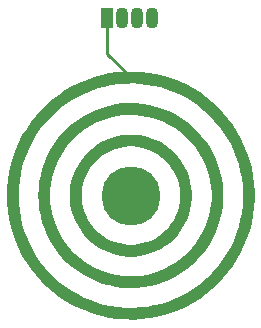
<source format=gbr>
G04 #@! TF.GenerationSoftware,KiCad,Pcbnew,5.1.5-52549c5~84~ubuntu18.04.1*
G04 #@! TF.CreationDate,2020-01-15T10:03:58+01:00*
G04 #@! TF.ProjectId,geneva,67656e65-7661-42e6-9b69-6361645f7063,rev?*
G04 #@! TF.SameCoordinates,Original*
G04 #@! TF.FileFunction,Copper,L2,Bot*
G04 #@! TF.FilePolarity,Positive*
%FSLAX46Y46*%
G04 Gerber Fmt 4.6, Leading zero omitted, Abs format (unit mm)*
G04 Created by KiCad (PCBNEW 5.1.5-52549c5~84~ubuntu18.04.1) date 2020-01-15 10:03:58*
%MOMM*%
%LPD*%
G04 APERTURE LIST*
%ADD10C,0.101600*%
%ADD11O,1.070000X1.800000*%
%ADD12R,1.070000X1.800000*%
%ADD13C,5.000000*%
%ADD14C,0.800000*%
%ADD15C,0.250000*%
G04 APERTURE END LIST*
G04 #@! TA.AperFunction,SMDPad,CuDef*
D10*
G36*
X100050543Y-89503164D02*
G01*
X100166593Y-89501322D01*
X100832125Y-89533025D01*
X101494306Y-89606875D01*
X102150470Y-89722574D01*
X102797975Y-89879657D01*
X103434214Y-90077491D01*
X104056624Y-90315280D01*
X104662699Y-90592065D01*
X105250000Y-90906733D01*
X105816161Y-91258017D01*
X106358902Y-91644501D01*
X106876038Y-92064629D01*
X107365486Y-92516711D01*
X107825277Y-92998925D01*
X108253557Y-93509331D01*
X108648604Y-94045871D01*
X109008826Y-94606387D01*
X109332772Y-95188622D01*
X109619139Y-95790229D01*
X109866773Y-96408788D01*
X110074676Y-97041808D01*
X110242013Y-97686739D01*
X110368108Y-98340985D01*
X110452455Y-99001912D01*
X110494714Y-99666857D01*
X110494714Y-100333143D01*
X110452455Y-100998088D01*
X110368108Y-101659015D01*
X110242013Y-102313261D01*
X110074676Y-102958192D01*
X109866773Y-103591212D01*
X109619139Y-104209771D01*
X109332772Y-104811378D01*
X109008826Y-105393613D01*
X108648604Y-105954129D01*
X108253557Y-106490669D01*
X107825277Y-107001075D01*
X107365486Y-107483289D01*
X106876038Y-107935371D01*
X106358902Y-108355499D01*
X105816161Y-108741983D01*
X105250000Y-109093267D01*
X104662699Y-109407935D01*
X104056624Y-109684720D01*
X103434214Y-109922509D01*
X102797975Y-110120343D01*
X102150470Y-110277426D01*
X101494306Y-110393125D01*
X100832125Y-110466975D01*
X100166593Y-110498678D01*
X99500390Y-110488107D01*
X98836199Y-110435304D01*
X98176694Y-110340481D01*
X97524531Y-110204021D01*
X96882336Y-110026474D01*
X96252695Y-109808553D01*
X95638142Y-109551136D01*
X95041154Y-109255260D01*
X94464133Y-108922117D01*
X93909402Y-108553047D01*
X93379197Y-108149538D01*
X92875651Y-107713213D01*
X92400793Y-107245830D01*
X91956533Y-106749270D01*
X91544662Y-106225533D01*
X91166838Y-105676729D01*
X90824582Y-105105066D01*
X90519271Y-104512847D01*
X90252137Y-103902456D01*
X90024253Y-103276351D01*
X89836539Y-102637054D01*
X89689749Y-101987138D01*
X89584474Y-101329221D01*
X89521140Y-100665951D01*
X89500000Y-100000000D01*
X90500000Y-100000000D01*
X90519127Y-100602527D01*
X90576429Y-101202628D01*
X90671677Y-101797887D01*
X90804487Y-102385906D01*
X90974324Y-102964318D01*
X91180505Y-103530793D01*
X91422198Y-104083052D01*
X91698431Y-104618869D01*
X92008091Y-105136088D01*
X92349933Y-105632625D01*
X92722578Y-106106482D01*
X93124527Y-106555751D01*
X93554161Y-106978621D01*
X94009750Y-107373391D01*
X94489459Y-107738472D01*
X94991358Y-108072392D01*
X95513425Y-108373807D01*
X96053557Y-108641504D01*
X96609581Y-108874405D01*
X97179256Y-109071571D01*
X97760290Y-109232210D01*
X98350342Y-109355674D01*
X98947037Y-109441465D01*
X99547972Y-109489240D01*
X100150727Y-109498804D01*
X100752875Y-109470120D01*
X101351991Y-109403304D01*
X101945663Y-109298623D01*
X102531501Y-109156501D01*
X103107146Y-108977508D01*
X103670279Y-108762366D01*
X104218633Y-108511941D01*
X104750000Y-108227241D01*
X105262241Y-107909414D01*
X105753292Y-107559737D01*
X106221177Y-107179621D01*
X106664011Y-106770595D01*
X107080012Y-106334306D01*
X107467504Y-105872510D01*
X107824928Y-105387069D01*
X108150842Y-104879935D01*
X108443937Y-104353152D01*
X108703030Y-103808840D01*
X108927080Y-103249191D01*
X109115183Y-102676459D01*
X109266583Y-102092950D01*
X109380669Y-101501013D01*
X109456983Y-100903032D01*
X109495217Y-100301415D01*
X109495217Y-99698585D01*
X109456983Y-99096968D01*
X109380669Y-98498987D01*
X109266583Y-97907050D01*
X109115183Y-97323541D01*
X108927080Y-96750809D01*
X108703030Y-96191160D01*
X108443937Y-95646848D01*
X108150842Y-95120065D01*
X107824928Y-94612931D01*
X107467504Y-94127490D01*
X107080012Y-93665694D01*
X106664011Y-93229405D01*
X106221177Y-92820379D01*
X105753292Y-92440263D01*
X105262241Y-92090586D01*
X104750000Y-91772759D01*
X104218633Y-91488059D01*
X103670279Y-91237634D01*
X103107146Y-91022492D01*
X102531501Y-90843499D01*
X101945663Y-90701377D01*
X101351991Y-90596696D01*
X100752875Y-90529880D01*
X100150727Y-90501196D01*
X99547972Y-90510760D01*
X98947037Y-90558535D01*
X98350342Y-90644326D01*
X97760290Y-90767790D01*
X97179256Y-90928429D01*
X96609581Y-91125595D01*
X96053557Y-91358496D01*
X95513425Y-91626193D01*
X94991358Y-91927608D01*
X94489459Y-92261528D01*
X94009750Y-92626609D01*
X93554161Y-93021379D01*
X93124527Y-93444249D01*
X92722578Y-93893518D01*
X92349933Y-94367375D01*
X92008091Y-94863912D01*
X91698431Y-95381131D01*
X91422198Y-95916948D01*
X91180505Y-96469207D01*
X90974324Y-97035682D01*
X90804487Y-97614094D01*
X90671677Y-98202113D01*
X90576429Y-98797372D01*
X90519127Y-99397473D01*
X90500000Y-100000000D01*
X89500000Y-100000000D01*
X89521140Y-99334049D01*
X89584474Y-98670779D01*
X89689749Y-98012862D01*
X89836539Y-97362946D01*
X90024253Y-96723649D01*
X90252137Y-96097544D01*
X90519271Y-95487153D01*
X90824582Y-94894934D01*
X91166838Y-94323271D01*
X91544662Y-93774467D01*
X91956533Y-93250730D01*
X92400793Y-92754170D01*
X92875651Y-92286787D01*
X93379197Y-91850462D01*
X93909402Y-91446953D01*
X94464133Y-91077883D01*
X95041154Y-90744740D01*
X95638142Y-90448864D01*
X96252695Y-90191447D01*
X96882336Y-89973526D01*
X97524531Y-89795979D01*
X98176694Y-89659519D01*
X98836199Y-89564696D01*
X99500390Y-89511893D01*
X99930053Y-89505075D01*
X99975466Y-89500602D01*
X100024534Y-89500602D01*
X100050543Y-89503164D01*
G37*
G04 #@! TD.AperFunction*
D11*
X101810000Y-85000000D03*
X100540000Y-85000000D03*
X99270000Y-85000000D03*
D12*
X98000000Y-85000000D03*
D13*
X100000000Y-100000000D03*
G04 #@! TA.AperFunction,SMDPad,CuDef*
D10*
G36*
X100072828Y-92172029D02*
G01*
X100434056Y-92178705D01*
X101010493Y-92232120D01*
X101581412Y-92327960D01*
X102143693Y-92465702D01*
X102694265Y-92644594D01*
X103230123Y-92863659D01*
X103748339Y-93121700D01*
X104246083Y-93417308D01*
X104720636Y-93748868D01*
X105169407Y-94114569D01*
X105589944Y-94512415D01*
X105979951Y-94940232D01*
X106337297Y-95395684D01*
X106660031Y-95876283D01*
X106946391Y-96379404D01*
X107194812Y-96902300D01*
X107403937Y-97442115D01*
X107572624Y-97995899D01*
X107699953Y-98560629D01*
X107785227Y-99133221D01*
X107827980Y-99710547D01*
X107827980Y-100289453D01*
X107785227Y-100866779D01*
X107699953Y-101439371D01*
X107572624Y-102004101D01*
X107403937Y-102557885D01*
X107194812Y-103097700D01*
X106946391Y-103620596D01*
X106660031Y-104123717D01*
X106337297Y-104604316D01*
X105979951Y-105059768D01*
X105589944Y-105487585D01*
X105169407Y-105885431D01*
X104720636Y-106251132D01*
X104246083Y-106582692D01*
X103748339Y-106878300D01*
X103230123Y-107136341D01*
X102694265Y-107355406D01*
X102143693Y-107534298D01*
X101581412Y-107672040D01*
X101010493Y-107767880D01*
X100434056Y-107821295D01*
X99855249Y-107831992D01*
X99277231Y-107799914D01*
X98703162Y-107725236D01*
X98136175Y-107608365D01*
X97579368Y-107449940D01*
X97035781Y-107250825D01*
X96508384Y-107012109D01*
X96000057Y-106735096D01*
X95513577Y-106421298D01*
X95051599Y-106072429D01*
X94616648Y-105690394D01*
X94211099Y-105277280D01*
X93837167Y-104835344D01*
X93496895Y-104366999D01*
X93192139Y-103874802D01*
X92924567Y-103361443D01*
X92695637Y-102829725D01*
X92506602Y-102282552D01*
X92358493Y-101722912D01*
X92252119Y-101153863D01*
X92188061Y-100578511D01*
X92166670Y-100000000D01*
X93166670Y-100000000D01*
X93185331Y-100504659D01*
X93241211Y-101006561D01*
X93334005Y-101502966D01*
X93463206Y-101991162D01*
X93628110Y-102468484D01*
X93827814Y-102932323D01*
X94061228Y-103380147D01*
X94327079Y-103809509D01*
X94623912Y-104218066D01*
X94950108Y-104603585D01*
X95303885Y-104963960D01*
X95683310Y-105297225D01*
X96086312Y-105601557D01*
X96510689Y-105875296D01*
X96954123Y-106116946D01*
X97414192Y-106325188D01*
X97888385Y-106498883D01*
X98374110Y-106637084D01*
X98868716Y-106739035D01*
X99369500Y-106804180D01*
X99873728Y-106832163D01*
X100378645Y-106822831D01*
X100881494Y-106776235D01*
X101379529Y-106692630D01*
X101870030Y-106572472D01*
X102350316Y-106416417D01*
X102817767Y-106225318D01*
X103269827Y-106000219D01*
X103704029Y-105742348D01*
X104118001Y-105453115D01*
X104509482Y-105134099D01*
X104876334Y-104787042D01*
X105216552Y-104413840D01*
X105528280Y-104016531D01*
X105809814Y-103597285D01*
X106059617Y-103158392D01*
X106276325Y-102702249D01*
X106458753Y-102231347D01*
X106605906Y-101748258D01*
X106716980Y-101255621D01*
X106791367Y-100756126D01*
X106828663Y-100252502D01*
X106828663Y-99747498D01*
X106791367Y-99243874D01*
X106716980Y-98744379D01*
X106605906Y-98251742D01*
X106458753Y-97768653D01*
X106276325Y-97297751D01*
X106059617Y-96841608D01*
X105809814Y-96402715D01*
X105528280Y-95983469D01*
X105216552Y-95586160D01*
X104876334Y-95212958D01*
X104509482Y-94865901D01*
X104118001Y-94546885D01*
X103704029Y-94257652D01*
X103269827Y-93999781D01*
X102817767Y-93774682D01*
X102350316Y-93583583D01*
X101870030Y-93427528D01*
X101379529Y-93307370D01*
X100881494Y-93223765D01*
X100378645Y-93177169D01*
X99873728Y-93167837D01*
X99369500Y-93195820D01*
X98868716Y-93260965D01*
X98374110Y-93362916D01*
X97888385Y-93501117D01*
X97414192Y-93674812D01*
X96954123Y-93883054D01*
X96510689Y-94124704D01*
X96086312Y-94398443D01*
X95683310Y-94702775D01*
X95303885Y-95036040D01*
X94950108Y-95396415D01*
X94623912Y-95781934D01*
X94327079Y-96190491D01*
X94061228Y-96619853D01*
X93827814Y-97067677D01*
X93628110Y-97531516D01*
X93463206Y-98008838D01*
X93334005Y-98497034D01*
X93241211Y-98993439D01*
X93185331Y-99495341D01*
X93166670Y-100000000D01*
X92166670Y-100000000D01*
X92188061Y-99421489D01*
X92252119Y-98846137D01*
X92358493Y-98277088D01*
X92506602Y-97717448D01*
X92695637Y-97170275D01*
X92924567Y-96638557D01*
X93192139Y-96125198D01*
X93496895Y-95633001D01*
X93837167Y-95164656D01*
X94211099Y-94722720D01*
X94616648Y-94309606D01*
X95051599Y-93927571D01*
X95513577Y-93578702D01*
X96000057Y-93264904D01*
X96508384Y-92987891D01*
X97035781Y-92749175D01*
X97579368Y-92550060D01*
X98136175Y-92391635D01*
X98703162Y-92274764D01*
X99277231Y-92200086D01*
X99855249Y-92168008D01*
X99950183Y-92169762D01*
X99975466Y-92167272D01*
X100024534Y-92167272D01*
X100072828Y-92172029D01*
G37*
G04 #@! TD.AperFunction*
G04 #@! TA.AperFunction,SMDPad,CuDef*
G36*
X100073365Y-94838742D02*
G01*
X100073873Y-94838843D01*
X100238615Y-94838843D01*
X100713808Y-94882876D01*
X101182912Y-94970567D01*
X101641923Y-95101167D01*
X102086927Y-95273562D01*
X102514125Y-95486281D01*
X102919873Y-95737510D01*
X103300711Y-96025105D01*
X103653387Y-96346613D01*
X103974895Y-96699289D01*
X104262490Y-97080127D01*
X104513719Y-97485875D01*
X104726438Y-97913073D01*
X104898833Y-98358077D01*
X105029433Y-98817088D01*
X105117124Y-99286192D01*
X105161157Y-99761385D01*
X105161157Y-100238615D01*
X105117124Y-100713808D01*
X105029433Y-101182912D01*
X104898833Y-101641923D01*
X104726438Y-102086927D01*
X104513719Y-102514125D01*
X104262490Y-102919873D01*
X103974895Y-103300711D01*
X103653387Y-103653387D01*
X103300711Y-103974895D01*
X102919873Y-104262490D01*
X102514125Y-104513719D01*
X102086927Y-104726438D01*
X101641923Y-104898833D01*
X101182912Y-105029433D01*
X100713808Y-105117124D01*
X100238615Y-105161157D01*
X99761385Y-105161157D01*
X99286192Y-105117124D01*
X98817088Y-105029433D01*
X98358077Y-104898833D01*
X97913073Y-104726438D01*
X97485875Y-104513719D01*
X97080127Y-104262490D01*
X96699289Y-103974895D01*
X96346613Y-103653387D01*
X96025105Y-103300711D01*
X95737510Y-102919873D01*
X95486281Y-102514125D01*
X95273562Y-102086927D01*
X95101167Y-101641923D01*
X94970567Y-101182912D01*
X94882876Y-100713808D01*
X94838843Y-100238615D01*
X94838843Y-99807569D01*
X95837776Y-99807569D01*
X95837776Y-100192431D01*
X95873287Y-100575652D01*
X95944005Y-100953961D01*
X96049327Y-101324132D01*
X96188356Y-101683006D01*
X96359904Y-102027520D01*
X96562508Y-102354737D01*
X96794439Y-102661864D01*
X97053719Y-102946281D01*
X97338136Y-103205561D01*
X97645263Y-103437492D01*
X97972480Y-103640096D01*
X98316994Y-103811644D01*
X98675868Y-103950673D01*
X99046039Y-104055995D01*
X99424348Y-104126713D01*
X99807569Y-104162224D01*
X100192431Y-104162224D01*
X100575652Y-104126713D01*
X100953961Y-104055995D01*
X101324132Y-103950673D01*
X101683006Y-103811644D01*
X102027520Y-103640096D01*
X102354737Y-103437492D01*
X102661864Y-103205561D01*
X102946281Y-102946281D01*
X103205561Y-102661864D01*
X103437492Y-102354737D01*
X103640096Y-102027520D01*
X103811644Y-101683006D01*
X103950673Y-101324132D01*
X104055995Y-100953961D01*
X104126713Y-100575652D01*
X104162224Y-100192431D01*
X104162224Y-99807569D01*
X104126713Y-99424348D01*
X104055995Y-99046039D01*
X103950673Y-98675868D01*
X103811644Y-98316994D01*
X103640096Y-97972480D01*
X103437492Y-97645263D01*
X103205561Y-97338136D01*
X102946281Y-97053719D01*
X102661864Y-96794439D01*
X102354737Y-96562508D01*
X102027520Y-96359904D01*
X101683006Y-96188356D01*
X101324132Y-96049327D01*
X100953961Y-95944005D01*
X100575652Y-95873287D01*
X100192431Y-95837776D01*
X99807569Y-95837776D01*
X99424348Y-95873287D01*
X99046039Y-95944005D01*
X98675868Y-96049327D01*
X98316994Y-96188356D01*
X97972480Y-96359904D01*
X97645263Y-96562508D01*
X97338136Y-96794439D01*
X97053719Y-97053719D01*
X96794439Y-97338136D01*
X96562508Y-97645263D01*
X96359904Y-97972480D01*
X96188356Y-98316994D01*
X96049327Y-98675868D01*
X95944005Y-99046039D01*
X95873287Y-99424348D01*
X95837776Y-99807569D01*
X94838843Y-99807569D01*
X94838843Y-99761385D01*
X94882876Y-99286192D01*
X94970567Y-98817088D01*
X95101167Y-98358077D01*
X95273562Y-97913073D01*
X95486281Y-97485875D01*
X95737510Y-97080127D01*
X96025105Y-96699289D01*
X96346613Y-96346613D01*
X96699289Y-96025105D01*
X97080127Y-95737510D01*
X97485875Y-95486281D01*
X97913073Y-95273562D01*
X98358077Y-95101167D01*
X98817088Y-94970567D01*
X99286192Y-94882876D01*
X99761385Y-94838843D01*
X99926127Y-94838843D01*
X99926635Y-94838742D01*
X99975466Y-94833932D01*
X100024534Y-94833932D01*
X100073365Y-94838742D01*
G37*
G04 #@! TD.AperFunction*
D14*
X100500000Y-95300000D03*
X100500000Y-92666700D03*
D15*
X100000000Y-95333330D02*
X100466670Y-95333330D01*
X100466670Y-95333330D02*
X100500000Y-95300000D01*
X98000000Y-88000000D02*
X100000000Y-90000000D01*
X98000000Y-85000000D02*
X98000000Y-88000000D01*
M02*

</source>
